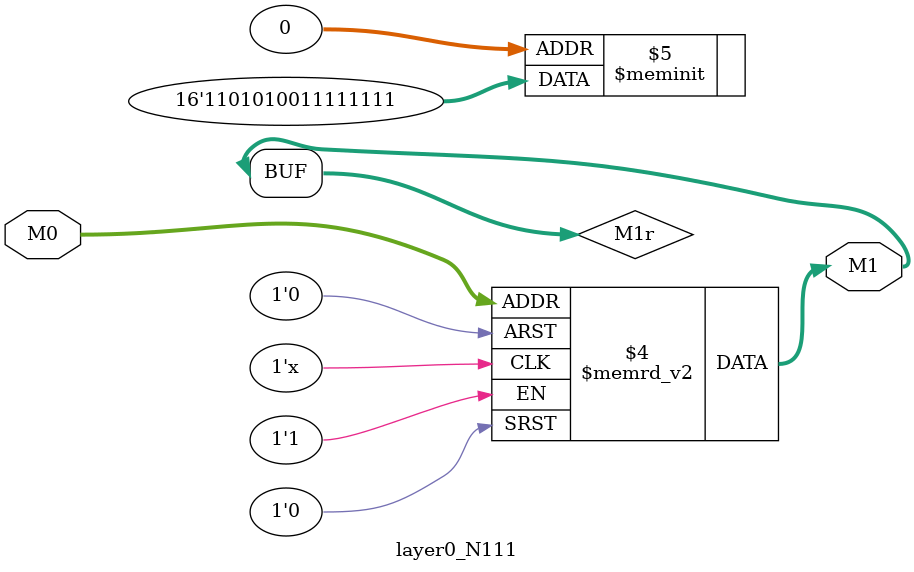
<source format=v>
module layer0_N111 ( input [2:0] M0, output [1:0] M1 );

	(*rom_style = "distributed" *) reg [1:0] M1r;
	assign M1 = M1r;
	always @ (M0) begin
		case (M0)
			3'b000: M1r = 2'b11;
			3'b100: M1r = 2'b00;
			3'b010: M1r = 2'b11;
			3'b110: M1r = 2'b01;
			3'b001: M1r = 2'b11;
			3'b101: M1r = 2'b01;
			3'b011: M1r = 2'b11;
			3'b111: M1r = 2'b11;

		endcase
	end
endmodule

</source>
